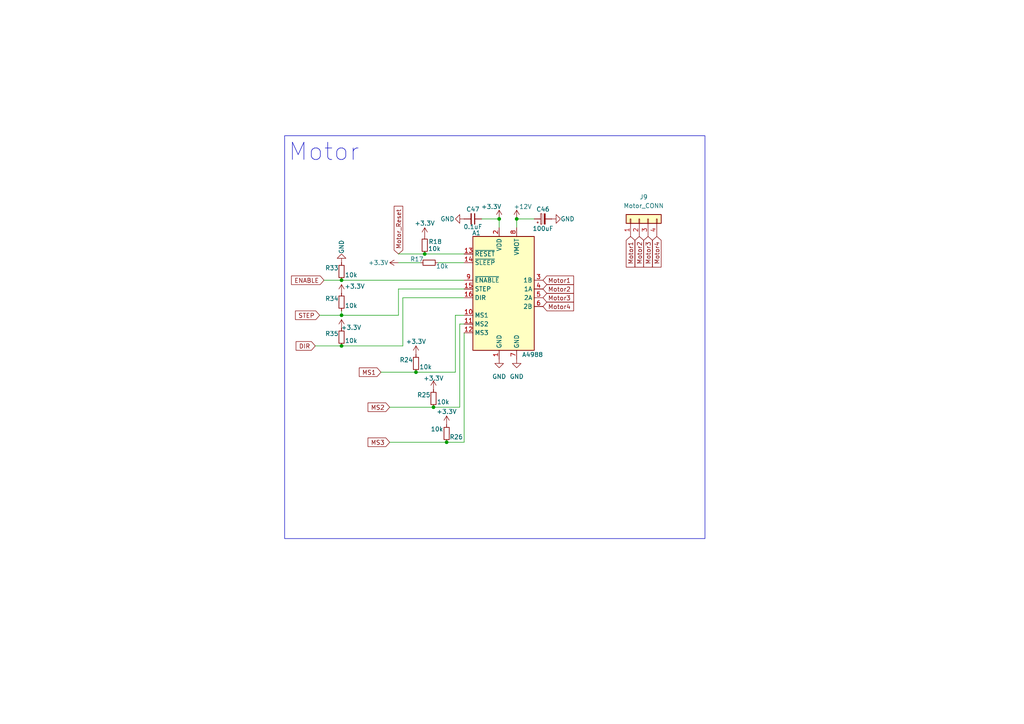
<source format=kicad_sch>
(kicad_sch (version 20250114) (generator "eeschema") (generator_version "9.0")
  (paper "A4")
  (title_block (rev "1.0"))
  (lib_symbols
    (symbol "Connector_Generic:Conn_01x04" (pin_names (offset 1.016) (hide yes))
      (property "Reference" "J" (at 0 5.08 0))
      (property "Value" "Conn_01x04" (at 0 -7.62 0))
      (symbol "Conn_01x04_1_1"
        (rectangle (start -1.27 3.81) (end 1.27 -6.35) (stroke (width 0.254)) (fill (type background)))
        (rectangle (start -1.27 2.667) (end 0 2.413) (stroke (width 0.1524)))
        (rectangle (start -1.27 0.127) (end 0 -0.127) (stroke (width 0.1524)))
        (rectangle (start -1.27 -2.413) (end 0 -2.667) (stroke (width 0.1524)))
        (rectangle (start -1.27 -4.953) (end 0 -5.207) (stroke (width 0.1524)))
        (pin passive line (at -5.08 2.54 0) (length 3.81) (name "Pin_1") (number "1"))
        (pin passive line (at -5.08 0 0) (length 3.81) (name "Pin_2") (number "2"))
        (pin passive line (at -5.08 -2.54 0) (length 3.81) (name "Pin_3") (number "3"))
        (pin passive line (at -5.08 -5.08 0) (length 3.81) (name "Pin_4") (number "4"))
      )
    )
    (symbol "Device:C_Polarized_Small" (pin_numbers (hide yes)) (pin_names (offset 0.254) (hide yes))
      (property "Reference" "C" (at 0.254 1.778 0))
      (property "Value" "C_Polarized_Small" (at 0.254 -2.032 0))
      (symbol "C_Polarized_Small_0_1"
        (rectangle (start -1.524 0.6858) (end 1.524 0.3048))
        (rectangle (start -1.524 -0.3048) (end 1.524 -0.6858) (fill (type outline)))
        (polyline (pts (xy -1.27 1.524) (xy -0.762 1.524)))
        (polyline (pts (xy -1.016 1.27) (xy -1.016 1.778)))
      )
      (symbol "C_Polarized_Small_1_1"
        (pin passive line (at 0 2.54 270) (length 1.8542) (name "~") (number "1"))
        (pin passive line (at 0 -2.54 90) (length 1.8542) (name "~") (number "2"))
      )
    )
    (symbol "Device:C_Small" (pin_numbers (hide yes)) (pin_names (offset 0.254) (hide yes))
      (property "Reference" "C" (at 0.254 1.778 0))
      (property "Value" "C_Small" (at 0.254 -2.032 0))
      (symbol "C_Small_0_1"
        (polyline (pts (xy -1.524 0.508) (xy 1.524 0.508)) (stroke (width 0.3048)))
        (polyline (pts (xy -1.524 -0.508) (xy 1.524 -0.508)) (stroke (width 0.3302)))
      )
      (symbol "C_Small_1_1"
        (pin passive line (at 0 2.54 270) (length 2.032) (name "~") (number "1"))
        (pin passive line (at 0 -2.54 90) (length 2.032) (name "~") (number "2"))
      )
    )
    (symbol "Device:R_Small" (pin_numbers (hide yes)) (pin_names (offset 0.254) (hide yes))
      (property "Reference" "R" (at 0.762 0.508 0))
      (property "Value" "R_Small" (at 0.762 -1.016 0))
      (symbol "R_Small_0_1"
        (rectangle (start -0.762 1.778) (end 0.762 -1.778) (stroke (width 0.2032)))
      )
      (symbol "R_Small_1_1"
        (pin passive line (at 0 2.54 270) (length 0.762) (name "~") (number "1"))
        (pin passive line (at 0 -2.54 90) (length 0.762) (name "~") (number "2"))
      )
    )
    (symbol "Driver_Motor:Pololu_Breakout_A4988"
      (property "Reference" "A" (at -2.54 19.05 0))
      (property "Value" "Pololu_Breakout_A4988" (at -2.54 16.51 0))
      (symbol "Pololu_Breakout_A4988_0_1"
        (rectangle (start 10.16 -17.78) (end -7.62 15.24) (stroke (width 0.254)) (fill (type background)))
      )
      (symbol "Pololu_Breakout_A4988_1_1"
        (pin input line (at -10.16 10.16 0) (length 2.54) (name "~{RESET}") (number "13"))
        (pin input line (at -10.16 7.62 0) (length 2.54) (name "~{SLEEP}") (number "14"))
        (pin input line (at -10.16 2.54 0) (length 2.54) (name "~{ENABLE}") (number "9"))
        (pin input line (at -10.16 0 0) (length 2.54) (name "STEP") (number "15"))
        (pin input line (at -10.16 -2.54 0) (length 2.54) (name "DIR") (number "16"))
        (pin input line (at -10.16 -7.62 0) (length 2.54) (name "MS1") (number "10"))
        (pin input line (at -10.16 -10.16 0) (length 2.54) (name "MS2") (number "11"))
        (pin input line (at -10.16 -12.7 0) (length 2.54) (name "MS3") (number "12"))
        (pin power_in line (at 0 17.78 270) (length 2.54) (name "VDD") (number "2"))
        (pin power_in line (at 0 -20.32 90) (length 2.54) (name "GND") (number "1"))
        (pin power_in line (at 5.08 17.78 270) (length 2.54) (name "VMOT") (number "8"))
        (pin power_in line (at 5.08 -20.32 90) (length 2.54) (name "GND") (number "7"))
        (pin output line (at 12.7 2.54 180) (length 2.54) (name "1B") (number "3"))
        (pin output line (at 12.7 0 180) (length 2.54) (name "1A") (number "4"))
        (pin output line (at 12.7 -2.54 180) (length 2.54) (name "2A") (number "5"))
        (pin output line (at 12.7 -5.08 180) (length 2.54) (name "2B") (number "6"))
      )
    )
    (symbol "power:+12V" (power) (pin_numbers (hide yes)) (pin_names (offset 0) (hide yes))
      (property "Value" "+12V" (at 0 3.556 0))
      (symbol "+12V_0_1"
        (polyline (pts (xy -0.762 1.27) (xy 0 2.54)))
        (polyline (pts (xy 0 2.54) (xy 0.762 1.27)))
        (polyline (pts (xy 0 0) (xy 0 2.54)))
      )
      (symbol "+12V_1_1"
        (pin power_in line (at 0 0 90) (length 0) (name "~") (number "1"))
      )
    )
    (symbol "power:+3.3V" (power) (pin_numbers (hide yes)) (pin_names (offset 0) (hide yes))
      (property "Value" "+3.3V" (at 0 3.556 0))
      (symbol "+3.3V_0_1"
        (polyline (pts (xy -0.762 1.27) (xy 0 2.54)))
        (polyline (pts (xy 0 2.54) (xy 0.762 1.27)))
        (polyline (pts (xy 0 0) (xy 0 2.54)))
      )
      (symbol "+3.3V_1_1"
        (pin power_in line (at 0 0 90) (length 0) (name "~") (number "1"))
      )
    )
    (symbol "power:GND" (power) (pin_numbers (hide yes)) (pin_names (offset 0) (hide yes))
      (property "Value" "GND" (at 0 -3.81 0))
      (symbol "GND_0_1"
        (polyline (pts (xy 0 0) (xy 0 -1.27) (xy 1.27 -1.27) (xy 0 -2.54) (xy -1.27 -1.27) (xy 0 -1.27)))
      )
      (symbol "GND_1_1"
        (pin power_in line (at 0 0 270) (length 0) (name "~") (number "1"))
      )
    )
  )
  (rectangle (start 82.55 39.37) (end 204.47 156.21))
  (text "Motor" (at 93.98 44.196 0) (effects (font (size 5 5))))
  (junction (at 123.19 73.66))
  (junction (at 99.06 91.44))
  (junction (at 99.06 100.33))
  (junction (at 120.65 107.95))
  (junction (at 144.78 63.5))
  (junction (at 149.86 63.5))
  (junction (at 129.54 128.27))
  (junction (at 125.73 118.11))
  (junction (at 99.06 81.28))
  (wire (pts (xy 115.57 76.2) (xy 121.92 76.2)))
  (wire (pts (xy 132.08 91.44) (xy 134.62 91.44)))
  (wire (pts (xy 149.86 66.04) (xy 149.86 63.5)))
  (wire (pts (xy 144.78 63.5) (xy 144.78 66.04)))
  (wire (pts (xy 133.35 118.11) (xy 133.35 93.98)))
  (wire (pts (xy 139.7 63.5) (xy 144.78 63.5)))
  (wire (pts (xy 116.84 86.36) (xy 116.84 100.33)))
  (wire (pts (xy 115.57 91.44) (xy 115.57 83.82)))
  (wire (pts (xy 116.84 100.33) (xy 99.06 100.33)))
  (wire (pts (xy 134.62 128.27) (xy 134.62 96.52)))
  (wire (pts (xy 93.98 81.28) (xy 99.06 81.28)))
  (wire (pts (xy 113.03 118.11) (xy 125.73 118.11)))
  (wire (pts (xy 91.44 100.33) (xy 99.06 100.33)))
  (wire (pts (xy 125.73 118.11) (xy 133.35 118.11)))
  (wire (pts (xy 110.49 107.95) (xy 120.65 107.95)))
  (wire (pts (xy 113.03 128.27) (xy 129.54 128.27)))
  (wire (pts (xy 99.06 91.44) (xy 99.06 90.17)))
  (wire (pts (xy 115.57 73.66) (xy 123.19 73.66)))
  (wire (pts (xy 129.54 128.27) (xy 134.62 128.27)))
  (wire (pts (xy 149.86 63.5) (xy 154.94 63.5)))
  (wire (pts (xy 115.57 83.82) (xy 134.62 83.82)))
  (wire (pts (xy 99.06 81.28) (xy 134.62 81.28)))
  (wire (pts (xy 132.08 107.95) (xy 132.08 91.44)))
  (wire (pts (xy 134.62 86.36) (xy 116.84 86.36)))
  (wire (pts (xy 123.19 73.66) (xy 134.62 73.66)))
  (wire (pts (xy 133.35 93.98) (xy 134.62 93.98)))
  (wire (pts (xy 127 76.2) (xy 134.62 76.2)))
  (wire (pts (xy 99.06 91.44) (xy 115.57 91.44)))
  (wire (pts (xy 120.65 107.95) (xy 132.08 107.95)))
  (wire (pts (xy 92.71 91.44) (xy 99.06 91.44)))
  (global_label "Motor1" (shape input) (at 157.48 81.28 0) (property "Intersheetrefs" "${INTERSHEET_REFS}" (effects (hide yes))))
  (global_label "MS3" (shape input) (at 113.03 128.27 180) (property "Intersheetrefs" "${INTERSHEET_REFS}" (effects (hide yes))))
  (global_label "Motor4" (shape input) (at 190.5 68.58 270) (property "Intersheetrefs" "${INTERSHEET_REFS}" (effects (hide yes))))
  (global_label "Motor1" (shape input) (at 182.88 68.58 270) (property "Intersheetrefs" "${INTERSHEET_REFS}" (effects (hide yes))))
  (global_label "STEP" (shape input) (at 92.71 91.44 180) (property "Intersheetrefs" "${INTERSHEET_REFS}" (effects (hide yes))))
  (global_label "Motor3" (shape input) (at 187.96 68.58 270) (property "Intersheetrefs" "${INTERSHEET_REFS}" (effects (hide yes))))
  (global_label "Motor2" (shape input) (at 157.48 83.82 0) (property "Intersheetrefs" "${INTERSHEET_REFS}" (effects (hide yes))))
  (global_label "Motor4" (shape input) (at 157.48 88.9 0) (property "Intersheetrefs" "${INTERSHEET_REFS}" (effects (hide yes))))
  (global_label "MS1" (shape input) (at 110.49 107.95 180) (property "Intersheetrefs" "${INTERSHEET_REFS}" (effects (hide yes))))
  (global_label "DIR" (shape input) (at 91.44 100.33 180) (property "Intersheetrefs" "${INTERSHEET_REFS}" (effects (hide yes))))
  (global_label "Motor3" (shape input) (at 157.48 86.36 0) (property "Intersheetrefs" "${INTERSHEET_REFS}" (effects (hide yes))))
  (global_label "Motor2" (shape input) (at 185.42 68.58 270) (property "Intersheetrefs" "${INTERSHEET_REFS}" (effects (hide yes))))
  (global_label "Motor_Reset" (shape input) (at 115.57 73.66 90) (property "Intersheetrefs" "${INTERSHEET_REFS}" (effects (hide yes))))
  (global_label "ENABLE" (shape input) (at 93.98 81.28 180) (property "Intersheetrefs" "${INTERSHEET_REFS}" (effects (hide yes))))
  (global_label "MS2" (shape input) (at 113.03 118.11 180) (property "Intersheetrefs" "${INTERSHEET_REFS}" (effects (hide yes))))
  (symbol (lib_id "Device:C_Polarized_Small") (at 157.48 63.5 90) (unit 1)
    (property "Reference" "C46" (at 157.48 60.706 90))
    (property "Value" "100uF" (at 157.48 66.294 90))
    (property "Footprint" "Capacitor_SMD:CP_Elec_6.3x5.9" (effects (hide yes)))
    (property "Description" "Polarized capacitor, small symbol" (effects (hide yes)))
  )
  (symbol (lib_id "Device:R_Small") (at 99.06 78.74 180) (unit 1)
    (property "Reference" "R33" (at 96.266 77.724 0))
    (property "Value" "10k" (at 101.854 79.756 0))
    (property "Footprint" "Resistor_SMD:R_0603_1608Metric" (effects (hide yes)))
    (property "Description" "Resistor, small symbol" (effects (hide yes)))
  )
  (symbol (lib_id "power:+3.3V") (at 99.06 85.09 0) (unit 1)
    (property "Reference" "#PWR0110" (effects (hide yes)))
    (property "Value" "+3.3V" (at 102.87 83.058 0))
    (property "Description" "Power symbol creates a global label with name \"+3.3V\"" (effects (hide yes)))
  )
  (symbol (lib_id "Device:R_Small") (at 123.19 71.12 180) (unit 1)
    (property "Reference" "R18" (at 126.238 70.104 0))
    (property "Value" "10k" (at 125.984 72.136 0))
    (property "Footprint" "Resistor_SMD:R_0603_1608Metric" (effects (hide yes)))
    (property "Description" "Resistor, small symbol" (effects (hide yes)))
  )
  (symbol (lib_id "power:GND") (at 144.78 104.14 0) (unit 1)
    (property "Reference" "#PWR074" (effects (hide yes)))
    (property "Value" "GND" (at 144.78 109.22 0))
    (property "Description" "Power symbol creates a global label with name \"GND\" , ground" (effects (hide yes)))
  )
  (symbol (lib_id "Device:C_Small") (at 137.16 63.5 270) (mirror x) (unit 1)
    (property "Reference" "C47" (at 137.16 60.706 90))
    (property "Value" "0.1uF" (at 137.16 65.786 90))
    (property "Footprint" "Capacitor_SMD:C_0603_1608Metric" (effects (hide yes)))
    (property "Description" "Unpolarized capacitor, small symbol" (effects (hide yes)))
  )
  (symbol (lib_id "power:+3.3V") (at 120.65 102.87 0) (unit 1)
    (property "Reference" "#PWR063" (effects (hide yes)))
    (property "Value" "+3.3V" (at 120.65 99.06 0))
    (property "Description" "Power symbol creates a global label with name \"+3.3V\"" (effects (hide yes)))
  )
  (symbol (lib_id "power:+3.3V") (at 144.78 63.5 0) (unit 1)
    (property "Reference" "#PWR076" (effects (hide yes)))
    (property "Value" "+3.3V" (at 142.494 59.944 0))
    (property "Description" "Power symbol creates a global label with name \"+3.3V\"" (effects (hide yes)))
  )
  (symbol (lib_id "power:+3.3V") (at 125.73 113.03 0) (unit 1)
    (property "Reference" "#PWR080" (effects (hide yes)))
    (property "Value" "+3.3V" (at 125.73 109.728 0))
    (property "Description" "Power symbol creates a global label with name \"+3.3V\"" (effects (hide yes)))
  )
  (symbol (lib_id "Connector_Generic:Conn_01x04") (at 185.42 63.5 90) (unit 1)
    (property "Reference" "J9" (at 186.69 57.15 90))
    (property "Value" "Motor_CONN" (at 186.69 59.69 90))
    (property "Footprint" "Connector_Molex:Molex_Micro-Latch_53253-0470_1x04_P2.00mm_Vertical" (effects (hide yes)))
    (property "Description" "Generic connector, single row, 01x04, script generated (kicad-library-utils/schlib/autogen/connector/)" (effects (hide yes)))
  )
  (symbol (lib_id "Device:R_Small") (at 129.54 125.73 180) (unit 1)
    (property "Reference" "R26" (at 132.334 126.746 0))
    (property "Value" "10k" (at 126.746 124.46 0))
    (property "Footprint" "Resistor_SMD:R_0603_1608Metric" (effects (hide yes)))
    (property "Description" "Resistor, small symbol" (effects (hide yes)))
  )
  (symbol (lib_id "Driver_Motor:Pololu_Breakout_A4988") (at 144.78 83.82 0) (unit 1)
    (property "Reference" "A1" (at 136.906 67.564 0) (effects (justify left)))
    (property "Value" "A4988" (at 151.384 102.87 0) (effects (justify left)))
    (property "Footprint" "Module:Pololu_Breakout-16_15.2x20.3mm" (effects (hide yes)))
    (property "Datasheet" "https://www.pololu.com/product/2980/pictures" (effects (hide yes)))
    (property "Description" "Pololu Breakout Board, Stepper Driver A4988" (effects (hide yes)))
  )
  (symbol (lib_id "power:+3.3V") (at 129.54 123.19 0) (unit 1)
    (property "Reference" "#PWR0108" (effects (hide yes)))
    (property "Value" "+3.3V" (at 129.54 119.38 0))
    (property "Description" "Power symbol creates a global label with name \"+3.3V\"" (effects (hide yes)))
  )
  (symbol (lib_id "power:+12V") (at 149.86 63.5 0) (unit 1)
    (property "Reference" "#PWR064" (effects (hide yes)))
    (property "Value" "+12V" (at 151.638 59.944 0))
    (property "Description" "Power symbol creates a global label with name \"+12V\"" (effects (hide yes)))
  )
  (symbol (lib_id "power:+3.3V") (at 115.57 76.2 90) (unit 1)
    (property "Reference" "#PWR078" (effects (hide yes)))
    (property "Value" "+3.3V" (at 109.728 76.2 90))
    (property "Description" "Power symbol creates a global label with name \"+3.3V\"" (effects (hide yes)))
  )
  (symbol (lib_id "Device:R_Small") (at 124.46 76.2 90) (unit 1)
    (property "Reference" "R17" (at 120.904 75.184 90))
    (property "Value" "10k" (at 128.27 77.216 90))
    (property "Footprint" "Resistor_SMD:R_0603_1608Metric" (effects (hide yes)))
    (property "Description" "Resistor, small symbol" (effects (hide yes)))
  )
  (symbol (lib_id "power:GND") (at 99.06 76.2 180) (unit 1)
    (property "Reference" "#PWR0109" (effects (hide yes)))
    (property "Value" "GND" (at 99.06 73.66 90) (effects (justify right)))
    (property "Description" "Power symbol creates a global label with name \"GND\" , ground" (effects (hide yes)))
  )
  (symbol (lib_id "power:GND") (at 160.02 63.5 90) (unit 1)
    (property "Reference" "#PWR075" (effects (hide yes)))
    (property "Value" "GND" (at 162.56 63.5 90) (effects (justify right)))
    (property "Description" "Power symbol creates a global label with name \"GND\" , ground" (effects (hide yes)))
  )
  (symbol (lib_id "power:+3.3V") (at 99.06 95.25 0) (unit 1)
    (property "Reference" "#PWR0111" (effects (hide yes)))
    (property "Value" "+3.3V" (at 101.854 94.996 0))
    (property "Description" "Power symbol creates a global label with name \"+3.3V\"" (effects (hide yes)))
  )
  (symbol (lib_id "Device:R_Small") (at 99.06 97.79 180) (unit 1)
    (property "Reference" "R35" (at 96.266 96.774 0))
    (property "Value" "10k" (at 101.854 98.806 0))
    (property "Footprint" "Resistor_SMD:R_0603_1608Metric" (effects (hide yes)))
    (property "Description" "Resistor, small symbol" (effects (hide yes)))
  )
  (symbol (lib_id "Device:R_Small") (at 120.65 105.41 180) (unit 1)
    (property "Reference" "R24" (at 117.856 104.394 0))
    (property "Value" "10k" (at 123.444 106.426 0))
    (property "Footprint" "Resistor_SMD:R_0603_1608Metric" (effects (hide yes)))
    (property "Description" "Resistor, small symbol" (effects (hide yes)))
  )
  (symbol (lib_id "power:GND") (at 134.62 63.5 270) (unit 1)
    (property "Reference" "#PWR077" (effects (hide yes)))
    (property "Value" "GND" (at 131.826 63.5 90) (effects (justify right)))
    (property "Description" "Power symbol creates a global label with name \"GND\" , ground" (effects (hide yes)))
  )
  (symbol (lib_id "power:+3.3V") (at 123.19 68.58 0) (unit 1)
    (property "Reference" "#PWR079" (effects (hide yes)))
    (property "Value" "+3.3V" (at 123.19 64.77 0))
    (property "Description" "Power symbol creates a global label with name \"+3.3V\"" (effects (hide yes)))
  )
  (symbol (lib_id "power:GND") (at 149.86 104.14 0) (unit 1)
    (property "Reference" "#PWR072" (effects (hide yes)))
    (property "Value" "GND" (at 149.86 109.22 0))
    (property "Description" "Power symbol creates a global label with name \"GND\" , ground" (effects (hide yes)))
  )
  (symbol (lib_id "Device:R_Small") (at 99.06 87.63 180) (unit 1)
    (property "Reference" "R34" (at 96.266 86.614 0))
    (property "Value" "10k" (at 101.854 88.646 0))
    (property "Footprint" "Resistor_SMD:R_0603_1608Metric" (effects (hide yes)))
    (property "Description" "Resistor, small symbol" (effects (hide yes)))
  )
  (symbol (lib_id "Device:R_Small") (at 125.73 115.57 180) (unit 1)
    (property "Reference" "R25" (at 122.936 114.554 0))
    (property "Value" "10k" (at 128.524 116.586 0))
    (property "Footprint" "Resistor_SMD:R_0603_1608Metric" (effects (hide yes)))
    (property "Description" "Resistor, small symbol" (effects (hide yes)))
  )
)
</source>
